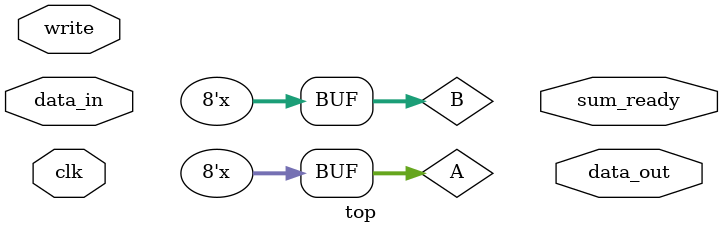
<source format=v>

module ram(input clk, write, input [3:0] addr, input [7:0] data_in, output reg [7:0] data_out);

    reg [7:0] mem [0:15];

    always @ (posedge clk) begin
        if (write) begin
            mem[addr] <= data_in;
        end

        data_out <= mem[addr];
    end

endmodule

// top-level module

module top(input clk, write, input [7:0] data_in, output [8:0] data_out, output reg sum_ready);

    reg [7:0] A, B; // addends
    reg [2:0] state, next_state;
    reg [3:0] address;
    reg mem_write;
    wire [7:0] mem_out;

    always @ (*) begin
        case (state)
            3'b000: begin
                address <= 4'b0;
                mem_write <= 1'b0;
                A <= A;
                B <= B;

                if (write) next_state <= 3'b001;
                else next_state <= 3'b000;
            end

            3'b001: begin
                address <= 4'b0;
                mem_write <= 1'b0;
                A <= A;
                B <= B;

                next_state <= 3'b010;
            end

            3'b010: begin
                address <= 4'b0;
                mem_write <= 1'b1;
                A <= A;
                B <= B;

                if (write) next_state <= 3'b1;
            end
        endcase
    end



endmodule
</source>
